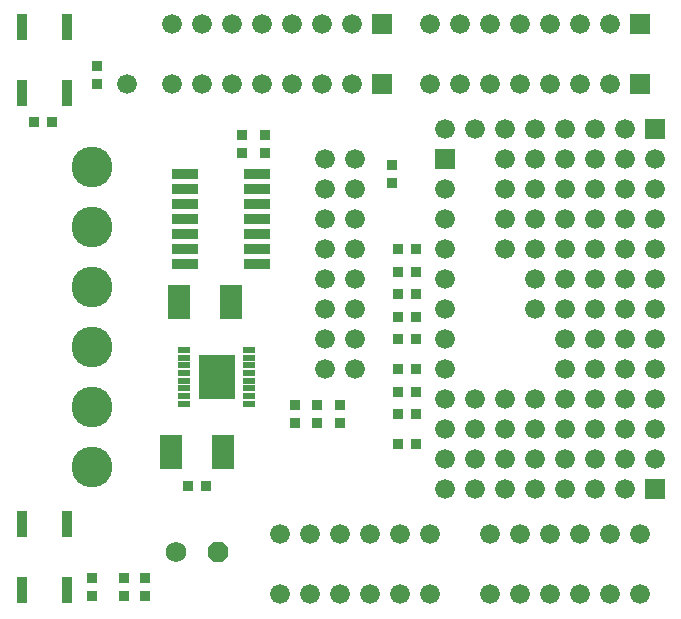
<source format=gts>
G75*
G70*
%OFA0B0*%
%FSLAX24Y24*%
%IPPOS*%
%LPD*%
%AMOC8*
5,1,8,0,0,1.08239X$1,22.5*
%
%ADD10C,0.0660*%
%ADD11R,0.0660X0.0660*%
%ADD12R,0.0360X0.0360*%
%ADD13R,0.0360X0.0860*%
%ADD14R,0.1217X0.1469*%
%ADD15R,0.0433X0.0197*%
%ADD16R,0.0769X0.1123*%
%ADD17C,0.1360*%
%ADD18OC8,0.0690*%
%ADD19C,0.0690*%
%ADD20R,0.0860X0.0320*%
D10*
X009680Y001180D03*
X010680Y001180D03*
X011680Y001180D03*
X012680Y001180D03*
X013680Y001180D03*
X014680Y001180D03*
X016680Y001180D03*
X017680Y001180D03*
X018680Y001180D03*
X019680Y001180D03*
X020680Y001180D03*
X021680Y001180D03*
X021680Y003180D03*
X020680Y003180D03*
X019680Y003180D03*
X018680Y003180D03*
X017680Y003180D03*
X016680Y003180D03*
X016180Y004680D03*
X015180Y004680D03*
X015180Y005680D03*
X016180Y005680D03*
X016180Y006680D03*
X016180Y007680D03*
X015180Y007680D03*
X015180Y006680D03*
X015180Y008680D03*
X015180Y009680D03*
X015180Y010680D03*
X015180Y011680D03*
X015180Y012680D03*
X015180Y013680D03*
X015180Y014680D03*
X017180Y014680D03*
X017180Y013680D03*
X018180Y013680D03*
X018180Y014680D03*
X019180Y014680D03*
X019180Y013680D03*
X020180Y013680D03*
X020180Y014680D03*
X021180Y014680D03*
X021180Y013680D03*
X022180Y013680D03*
X022180Y014680D03*
X022180Y015680D03*
X021180Y015680D03*
X020180Y015680D03*
X019180Y015680D03*
X018180Y015680D03*
X017180Y015680D03*
X017180Y016680D03*
X018180Y016680D03*
X019180Y016680D03*
X020180Y016680D03*
X021180Y016680D03*
X020680Y018180D03*
X019680Y018180D03*
X018680Y018180D03*
X017680Y018180D03*
X016680Y018180D03*
X015680Y018180D03*
X014680Y018180D03*
X015180Y016680D03*
X016180Y016680D03*
X015680Y020180D03*
X014680Y020180D03*
X016680Y020180D03*
X017680Y020180D03*
X018680Y020180D03*
X019680Y020180D03*
X020680Y020180D03*
X020180Y012680D03*
X019180Y012680D03*
X018180Y012680D03*
X017180Y012680D03*
X018180Y011680D03*
X018180Y010680D03*
X019180Y010680D03*
X019180Y011680D03*
X020180Y011680D03*
X020180Y010680D03*
X021180Y010680D03*
X021180Y011680D03*
X022180Y011680D03*
X022180Y010680D03*
X022180Y009680D03*
X021180Y009680D03*
X020180Y009680D03*
X019180Y009680D03*
X019180Y008680D03*
X020180Y008680D03*
X021180Y008680D03*
X022180Y008680D03*
X022180Y007680D03*
X022180Y006680D03*
X021180Y006680D03*
X021180Y007680D03*
X020180Y007680D03*
X020180Y006680D03*
X019180Y006680D03*
X019180Y007680D03*
X018180Y007680D03*
X018180Y006680D03*
X017180Y006680D03*
X017180Y007680D03*
X017180Y005680D03*
X018180Y005680D03*
X019180Y005680D03*
X020180Y005680D03*
X021180Y005680D03*
X022180Y005680D03*
X021180Y004680D03*
X020180Y004680D03*
X019180Y004680D03*
X018180Y004680D03*
X017180Y004680D03*
X014680Y003180D03*
X013680Y003180D03*
X012680Y003180D03*
X011680Y003180D03*
X010680Y003180D03*
X009680Y003180D03*
X011180Y008680D03*
X011180Y009680D03*
X011180Y010680D03*
X011180Y011680D03*
X011180Y012680D03*
X011180Y013680D03*
X011180Y014680D03*
X011180Y015680D03*
X012180Y015680D03*
X012180Y014680D03*
X012180Y013680D03*
X012180Y012680D03*
X012180Y011680D03*
X012180Y010680D03*
X012180Y009680D03*
X012180Y008680D03*
X021180Y012680D03*
X022180Y012680D03*
X012080Y018180D03*
X011080Y018180D03*
X010080Y018180D03*
X009080Y018180D03*
X008080Y018180D03*
X007080Y018180D03*
X006080Y018180D03*
X004580Y018180D03*
X006080Y020180D03*
X007080Y020180D03*
X008080Y020180D03*
X009080Y020180D03*
X010080Y020180D03*
X011080Y020180D03*
X012080Y020180D03*
D11*
X013080Y020180D03*
X013080Y018180D03*
X015180Y015680D03*
X021680Y018180D03*
X022180Y016680D03*
X021680Y020180D03*
X022180Y004680D03*
D12*
X014230Y006180D03*
X013630Y006180D03*
X013630Y007180D03*
X014230Y007180D03*
X014230Y007930D03*
X013630Y007930D03*
X013630Y008680D03*
X014230Y008680D03*
X014230Y009680D03*
X013630Y009680D03*
X013630Y010430D03*
X014230Y010430D03*
X014230Y011180D03*
X013630Y011180D03*
X013630Y011930D03*
X014230Y011930D03*
X014230Y012680D03*
X013630Y012680D03*
X013430Y014880D03*
X013430Y015480D03*
X009180Y015880D03*
X009180Y016480D03*
X008430Y016480D03*
X008430Y015880D03*
X003580Y018180D03*
X003580Y018780D03*
X002080Y016930D03*
X001480Y016930D03*
X010180Y007480D03*
X010180Y006880D03*
X010930Y006880D03*
X010930Y007480D03*
X011680Y007480D03*
X011680Y006880D03*
X007230Y004805D03*
X006630Y004805D03*
X005180Y001730D03*
X005180Y001130D03*
X004480Y001130D03*
X004480Y001730D03*
X003430Y001730D03*
X003430Y001130D03*
D13*
X001080Y001330D03*
X002580Y001330D03*
X002580Y003530D03*
X001080Y003530D03*
X001080Y017880D03*
X002580Y017880D03*
X002580Y020080D03*
X001080Y020080D03*
D14*
X007580Y008430D03*
D15*
X006487Y008302D03*
X006487Y008046D03*
X006487Y007790D03*
X006487Y007534D03*
X006487Y008558D03*
X006487Y008814D03*
X006487Y009070D03*
X006487Y009326D03*
X008673Y009326D03*
X008673Y009070D03*
X008673Y008814D03*
X008673Y008558D03*
X008673Y008302D03*
X008673Y008046D03*
X008673Y007790D03*
X008673Y007534D03*
D16*
X007796Y005930D03*
X006064Y005930D03*
X006314Y010930D03*
X008046Y010930D03*
D17*
X003430Y011430D03*
X003430Y009430D03*
X003430Y007430D03*
X003430Y005430D03*
X003430Y013430D03*
X003430Y015430D03*
D18*
X007630Y002580D03*
D19*
X006230Y002580D03*
D20*
X006520Y012180D03*
X006520Y012680D03*
X006520Y013180D03*
X006520Y013680D03*
X006520Y014180D03*
X006520Y014680D03*
X006520Y015180D03*
X008940Y015180D03*
X008940Y014680D03*
X008940Y014180D03*
X008940Y013680D03*
X008940Y013180D03*
X008940Y012680D03*
X008940Y012180D03*
M02*

</source>
